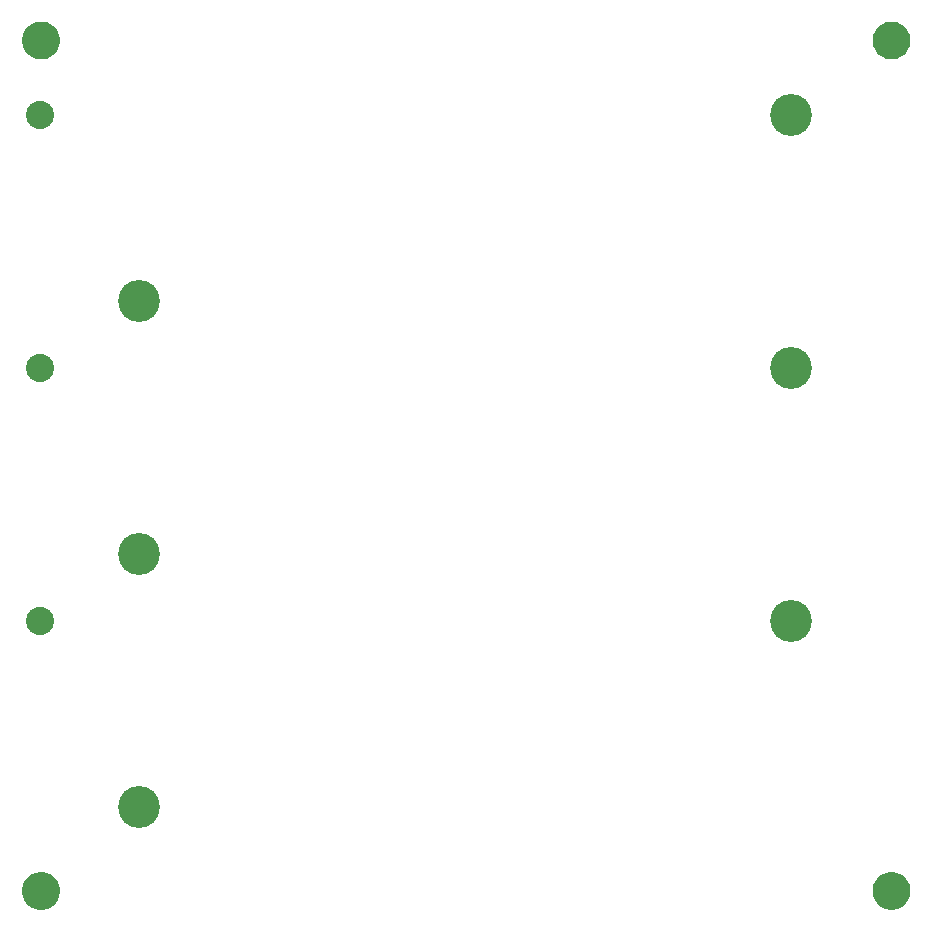
<source format=gbr>
%TF.GenerationSoftware,Altium Limited,Altium Designer,21.6.1 (37)*%
G04 Layer_Color=0*
%FSLAX45Y45*%
%MOMM*%
%TF.SameCoordinates,713E3131-B0EE-4415-9D9D-843BC13DAD56*%
%TF.FilePolarity,Positive*%
%TF.FileFunction,NonPlated,1,4,NPTH,Drill*%
%TF.Part,Single*%
G01*
G75*
%TA.AperFunction,ComponentDrill*%
%ADD62C,2.39000*%
%ADD63C,3.55000*%
G36*
X7600635Y7440635D02*
X7584877D01*
X7553965Y7446783D01*
X7524847Y7458845D01*
X7498641Y7476355D01*
X7476355Y7498641D01*
X7458845Y7524846D01*
X7446784Y7553964D01*
X7440635Y7584876D01*
Y7600635D01*
Y7616393D01*
X7446784Y7647305D01*
X7458845Y7676423D01*
X7476355Y7702629D01*
X7498641Y7724915D01*
X7524847Y7742425D01*
X7553965Y7754486D01*
X7584877Y7760635D01*
X7600635D01*
X7616394D01*
X7647306Y7754486D01*
X7676424Y7742425D01*
X7702629Y7724915D01*
X7724915Y7702629D01*
X7742425Y7676423D01*
X7754486Y7647305D01*
X7760635Y7616393D01*
Y7600635D01*
Y7584876D01*
X7754486Y7553964D01*
X7742425Y7524846D01*
X7724915Y7498641D01*
X7702629Y7476355D01*
X7676424Y7458845D01*
X7647306Y7446783D01*
X7616394Y7440635D01*
X7600635D01*
D01*
D02*
G37*
G36*
X400635D02*
X384877D01*
X353965Y7446783D01*
X324847Y7458845D01*
X298641Y7476355D01*
X276355Y7498641D01*
X258845Y7524846D01*
X246784Y7553964D01*
X240635Y7584876D01*
X240635Y7600635D01*
Y7616393D01*
X246784Y7647305D01*
X258845Y7676423D01*
X276355Y7702629D01*
X298641Y7724915D01*
X324847Y7742425D01*
X353965Y7754486D01*
X384877Y7760635D01*
X400635D01*
X416394D01*
X447305Y7754486D01*
X476423Y7742425D01*
X502629Y7724915D01*
X524915Y7702629D01*
X542425Y7676423D01*
X554486Y7647305D01*
X560635Y7616393D01*
Y7600635D01*
Y7584876D01*
X554486Y7553964D01*
X542425Y7524846D01*
X524915Y7498641D01*
X502629Y7476355D01*
X476423Y7458845D01*
X447305Y7446783D01*
X416394Y7440635D01*
X400635D01*
D01*
D02*
G37*
G36*
X240635Y400635D02*
Y384876D01*
X246784Y353964D01*
X258845Y324846D01*
X276355Y298640D01*
X298641Y276355D01*
X324847Y258845D01*
X353965Y246783D01*
X384877Y240635D01*
X400635Y240635D01*
X416394D01*
X447305Y246783D01*
X476423Y258845D01*
X502629Y276355D01*
X524915Y298640D01*
X542425Y324846D01*
X554486Y353964D01*
X560635Y384876D01*
Y400634D01*
Y416393D01*
X554486Y447305D01*
X542425Y476423D01*
X524915Y502629D01*
X502629Y524915D01*
X476423Y542425D01*
X447305Y554486D01*
X416394Y560635D01*
X400635D01*
X384877D01*
X353965Y554486D01*
X324847Y542425D01*
X298641Y524915D01*
X276355Y502629D01*
X258845Y476423D01*
X246784Y447305D01*
X240635Y416393D01*
X240635Y400635D01*
D01*
D02*
G37*
G36*
X7440635D02*
Y384876D01*
X7446784Y353964D01*
X7458845Y324846D01*
X7476355Y298640D01*
X7498641Y276355D01*
X7524847Y258845D01*
X7553965Y246783D01*
X7584877Y240635D01*
X7600635Y240635D01*
X7616394D01*
X7647306Y246783D01*
X7676424Y258845D01*
X7702629Y276355D01*
X7724915Y298640D01*
X7742425Y324846D01*
X7754486Y353964D01*
X7760635Y384876D01*
Y400634D01*
Y416393D01*
X7754486Y447305D01*
X7742425Y476423D01*
X7724915Y502629D01*
X7702629Y524915D01*
X7676424Y542425D01*
X7647306Y554486D01*
X7616394Y560635D01*
X7600635D01*
X7584877D01*
X7553965Y554486D01*
X7524847Y542425D01*
X7498641Y524915D01*
X7476355Y502629D01*
X7458845Y476423D01*
X7446784Y447305D01*
X7440635Y416393D01*
Y400635D01*
D01*
D02*
G37*
D62*
X389000Y6967000D02*
D03*
Y4826999D02*
D03*
Y2687000D02*
D03*
D63*
X1227000Y5393000D02*
D03*
X6747000Y6967000D02*
D03*
X1227000Y3253000D02*
D03*
X6747000Y4826999D02*
D03*
X1227000Y1113000D02*
D03*
X6747000Y2687000D02*
D03*
%TF.MD5,834c361d2b6080b836c219a8a9dae778*%
M02*

</source>
